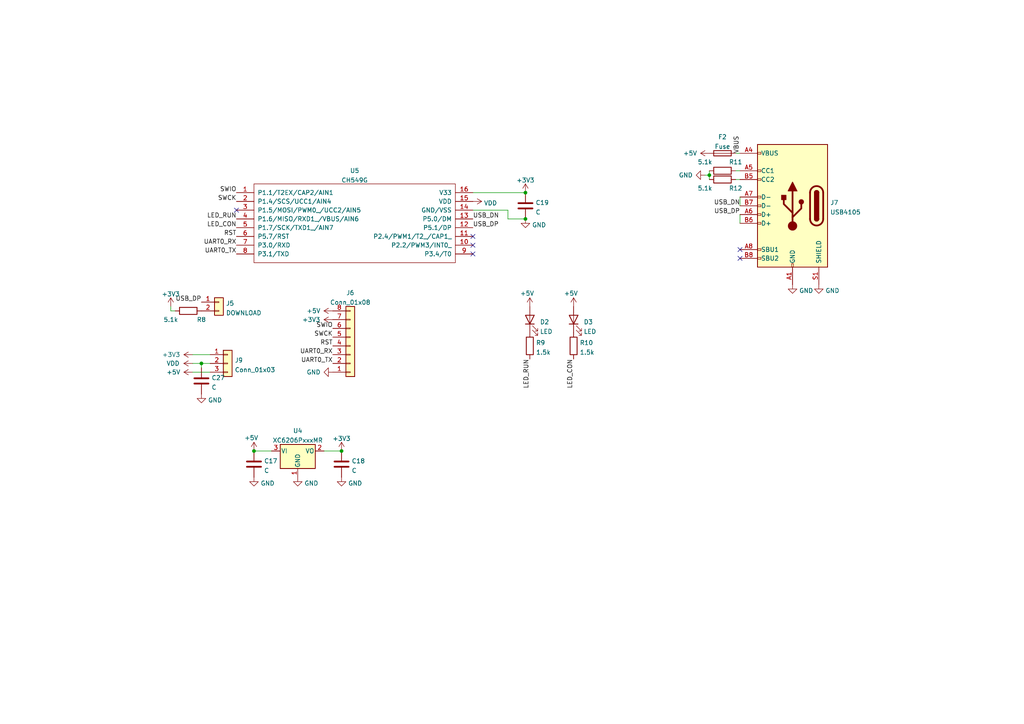
<source format=kicad_sch>
(kicad_sch (version 20211123) (generator eeschema)
  (paper "A4")
  (lib_symbols
    (symbol "CH549G:CH549G" (pin_names (offset 1.016))
      (property "Reference" "U" (at 0 -2.54 0))
      (property "Value" "CH549G" (at 0 2.54 0))
      (symbol "CH549G_1_0"
        (rectangle (start -29.21 -11.43) (end 29.21 11.43))
      )
      (symbol "CH549G_1_1"
        (pin bidirectional line (at -34.29 8.89 0) (length 5.08) (name "P1.1/T2EX/CAP2/AIN1") (number "1"))
        (pin bidirectional line (at 34.29 -6.35 180) (length 5.08) (name "P2.2/PWM3/INT0_") (number "10"))
        (pin bidirectional line (at 34.29 -3.81 180) (length 5.08) (name "P2.4/PWM1/T2_/CAP1_") (number "11"))
        (pin bidirectional line (at 34.29 -1.27 180) (length 5.08) (name "P5.1/DP") (number "12"))
        (pin bidirectional line (at 34.29 1.27 180) (length 5.08) (name "P5.0/DM") (number "13"))
        (pin power_in line (at 34.29 3.81 180) (length 5.08) (name "GND/VSS") (number "14"))
        (pin power_in line (at 34.29 6.35 180) (length 5.08) (name "VDD") (number "15"))
        (pin power_in line (at 34.29 8.89 180) (length 5.08) (name "V33") (number "16"))
        (pin bidirectional line (at -34.29 6.35 0) (length 5.08) (name "P1.4/SCS/UCC1/AIN4") (number "2"))
        (pin bidirectional line (at -34.29 3.81 0) (length 5.08) (name "P1.5/MOSI/PWM0_/UCC2/AIN5") (number "3"))
        (pin bidirectional line (at -34.29 1.27 0) (length 5.08) (name "P1.6/MISO/RXD1_/VBUS/AIN6") (number "4"))
        (pin bidirectional line (at -34.29 -1.27 0) (length 5.08) (name "P1.7/SCK/TXD1_/AIN7") (number "5"))
        (pin bidirectional line (at -34.29 -3.81 0) (length 5.08) (name "P5.7/RST") (number "6"))
        (pin bidirectional line (at -34.29 -6.35 0) (length 5.08) (name "P3.0/RXD") (number "7"))
        (pin bidirectional line (at -34.29 -8.89 0) (length 5.08) (name "P3.1/TXD") (number "8"))
        (pin bidirectional line (at 34.29 -8.89 180) (length 5.08) (name "P3.4/T0") (number "9"))
      )
    )
    (symbol "Connector:USB_C_Receptacle_USB2.0" (pin_names (offset 1.016))
      (property "Reference" "J" (at -10.16 19.05 0))
      (property "Value" "USB_C_Receptacle_USB2.0" (at 19.05 19.05 0))
      (symbol "USB_C_Receptacle_USB2.0_0_0"
        (rectangle (start -0.254 -17.78) (end 0.254 -16.764))
        (rectangle (start 10.16 -14.986) (end 9.144 -15.494))
        (rectangle (start 10.16 -12.446) (end 9.144 -12.954))
        (rectangle (start 10.16 -4.826) (end 9.144 -5.334))
        (rectangle (start 10.16 -2.286) (end 9.144 -2.794))
        (rectangle (start 10.16 0.254) (end 9.144 -0.254))
        (rectangle (start 10.16 2.794) (end 9.144 2.286))
        (rectangle (start 10.16 7.874) (end 9.144 7.366))
        (rectangle (start 10.16 10.414) (end 9.144 9.906))
        (rectangle (start 10.16 15.494) (end 9.144 14.986))
      )
      (symbol "USB_C_Receptacle_USB2.0_0_1"
        (rectangle (start -10.16 17.78) (end 10.16 -17.78) (stroke (width 0.254)) (fill (type background)))
        (arc (start -8.89 -3.81) (mid -6.985 -5.715) (end -5.08 -3.81) (stroke (width 0.508)))
        (arc (start -7.62 -3.81) (mid -6.985 -4.445) (end -6.35 -3.81) (stroke (width 0.254)))
        (arc (start -7.62 -3.81) (mid -6.985 -4.445) (end -6.35 -3.81) (stroke (width 0.254)) (fill (type outline)))
        (rectangle (start -7.62 -3.81) (end -6.35 3.81) (stroke (width 0.254)) (fill (type outline)))
        (arc (start -6.35 3.81) (mid -6.985 4.445) (end -7.62 3.81) (stroke (width 0.254)))
        (arc (start -6.35 3.81) (mid -6.985 4.445) (end -7.62 3.81) (stroke (width 0.254)) (fill (type outline)))
        (arc (start -5.08 3.81) (mid -6.985 5.715) (end -8.89 3.81) (stroke (width 0.508)))
        (circle (center -2.54 1.143) (radius 0.635) (stroke (width 0.254)) (fill (type outline)))
        (circle (center 0 -5.842) (radius 1.27) (fill (type outline)))
        (polyline (pts (xy -8.89 -3.81) (xy -8.89 3.81)) (stroke (width 0.508)))
        (polyline (pts (xy -5.08 3.81) (xy -5.08 -3.81)) (stroke (width 0.508)))
        (polyline (pts (xy 0 -5.842) (xy 0 4.318)) (stroke (width 0.508)))
        (polyline (pts (xy 0 -3.302) (xy -2.54 -0.762) (xy -2.54 0.508)) (stroke (width 0.508)))
        (polyline (pts (xy 0 -2.032) (xy 2.54 0.508) (xy 2.54 1.778)) (stroke (width 0.508)))
        (polyline (pts (xy -1.27 4.318) (xy 0 6.858) (xy 1.27 4.318) (xy -1.27 4.318)) (stroke (width 0.254)) (fill (type outline)))
        (rectangle (start 1.905 1.778) (end 3.175 3.048) (stroke (width 0.254)) (fill (type outline)))
      )
      (symbol "USB_C_Receptacle_USB2.0_1_1"
        (pin passive line (at 0 -22.86 90) (length 5.08) (name "GND") (number "A1"))
        (pin passive line (at 0 -22.86 90) (length 5.08) hide (name "GND") (number "A12"))
        (pin passive line (at 15.24 15.24 180) (length 5.08) (name "VBUS") (number "A4"))
        (pin bidirectional line (at 15.24 10.16 180) (length 5.08) (name "CC1") (number "A5"))
        (pin bidirectional line (at 15.24 -2.54 180) (length 5.08) (name "D+") (number "A6"))
        (pin bidirectional line (at 15.24 2.54 180) (length 5.08) (name "D-") (number "A7"))
        (pin bidirectional line (at 15.24 -12.7 180) (length 5.08) (name "SBU1") (number "A8"))
        (pin passive line (at 15.24 15.24 180) (length 5.08) hide (name "VBUS") (number "A9"))
        (pin passive line (at 0 -22.86 90) (length 5.08) hide (name "GND") (number "B1"))
        (pin passive line (at 0 -22.86 90) (length 5.08) hide (name "GND") (number "B12"))
        (pin passive line (at 15.24 15.24 180) (length 5.08) hide (name "VBUS") (number "B4"))
        (pin bidirectional line (at 15.24 7.62 180) (length 5.08) (name "CC2") (number "B5"))
        (pin bidirectional line (at 15.24 -5.08 180) (length 5.08) (name "D+") (number "B6"))
        (pin bidirectional line (at 15.24 0 180) (length 5.08) (name "D-") (number "B7"))
        (pin bidirectional line (at 15.24 -15.24 180) (length 5.08) (name "SBU2") (number "B8"))
        (pin passive line (at 15.24 15.24 180) (length 5.08) hide (name "VBUS") (number "B9"))
        (pin passive line (at -7.62 -22.86 90) (length 5.08) (name "SHIELD") (number "S1"))
      )
    )
    (symbol "Connector_Generic:Conn_01x02" (pin_names (offset 1.016) hide)
      (property "Reference" "J" (at 0 2.54 0))
      (property "Value" "Conn_01x02" (at 0 -5.08 0))
      (symbol "Conn_01x02_1_1"
        (rectangle (start -1.27 -2.413) (end 0 -2.667) (stroke (width 0.1524)))
        (rectangle (start -1.27 0.127) (end 0 -0.127) (stroke (width 0.1524)))
        (rectangle (start -1.27 1.27) (end 1.27 -3.81) (stroke (width 0.254)) (fill (type background)))
        (pin passive line (at -5.08 0 0) (length 3.81) (name "Pin_1") (number "1"))
        (pin passive line (at -5.08 -2.54 0) (length 3.81) (name "Pin_2") (number "2"))
      )
    )
    (symbol "Connector_Generic:Conn_01x03" (pin_names (offset 1.016) hide)
      (property "Reference" "J" (at 0 5.08 0))
      (property "Value" "Conn_01x03" (at 0 -5.08 0))
      (symbol "Conn_01x03_1_1"
        (rectangle (start -1.27 -2.413) (end 0 -2.667) (stroke (width 0.1524)))
        (rectangle (start -1.27 0.127) (end 0 -0.127) (stroke (width 0.1524)))
        (rectangle (start -1.27 2.667) (end 0 2.413) (stroke (width 0.1524)))
        (rectangle (start -1.27 3.81) (end 1.27 -3.81) (stroke (width 0.254)) (fill (type background)))
        (pin passive line (at -5.08 2.54 0) (length 3.81) (name "Pin_1") (number "1"))
        (pin passive line (at -5.08 0 0) (length 3.81) (name "Pin_2") (number "2"))
        (pin passive line (at -5.08 -2.54 0) (length 3.81) (name "Pin_3") (number "3"))
      )
    )
    (symbol "Connector_Generic:Conn_01x08" (pin_names (offset 1.016) hide)
      (property "Reference" "J" (at 0 10.16 0))
      (property "Value" "Conn_01x08" (at 0 -12.7 0))
      (symbol "Conn_01x08_1_1"
        (rectangle (start -1.27 -10.033) (end 0 -10.287) (stroke (width 0.1524)))
        (rectangle (start -1.27 -7.493) (end 0 -7.747) (stroke (width 0.1524)))
        (rectangle (start -1.27 -4.953) (end 0 -5.207) (stroke (width 0.1524)))
        (rectangle (start -1.27 -2.413) (end 0 -2.667) (stroke (width 0.1524)))
        (rectangle (start -1.27 0.127) (end 0 -0.127) (stroke (width 0.1524)))
        (rectangle (start -1.27 2.667) (end 0 2.413) (stroke (width 0.1524)))
        (rectangle (start -1.27 5.207) (end 0 4.953) (stroke (width 0.1524)))
        (rectangle (start -1.27 7.747) (end 0 7.493) (stroke (width 0.1524)))
        (rectangle (start -1.27 8.89) (end 1.27 -11.43) (stroke (width 0.254)) (fill (type background)))
        (pin passive line (at -5.08 7.62 0) (length 3.81) (name "Pin_1") (number "1"))
        (pin passive line (at -5.08 5.08 0) (length 3.81) (name "Pin_2") (number "2"))
        (pin passive line (at -5.08 2.54 0) (length 3.81) (name "Pin_3") (number "3"))
        (pin passive line (at -5.08 0 0) (length 3.81) (name "Pin_4") (number "4"))
        (pin passive line (at -5.08 -2.54 0) (length 3.81) (name "Pin_5") (number "5"))
        (pin passive line (at -5.08 -5.08 0) (length 3.81) (name "Pin_6") (number "6"))
        (pin passive line (at -5.08 -7.62 0) (length 3.81) (name "Pin_7") (number "7"))
        (pin passive line (at -5.08 -10.16 0) (length 3.81) (name "Pin_8") (number "8"))
      )
    )
    (symbol "Device:C" (pin_numbers hide) (pin_names (offset 0.254))
      (property "Reference" "C" (at 0.635 2.54 0))
      (property "Value" "C" (at 0.635 -2.54 0))
      (symbol "C_0_1"
        (polyline (pts (xy -2.032 -0.762) (xy 2.032 -0.762)) (stroke (width 0.508)))
        (polyline (pts (xy -2.032 0.762) (xy 2.032 0.762)) (stroke (width 0.508)))
      )
      (symbol "C_1_1"
        (pin passive line (at 0 3.81 270) (length 2.794) (name "~") (number "1"))
        (pin passive line (at 0 -3.81 90) (length 2.794) (name "~") (number "2"))
      )
    )
    (symbol "Device:Fuse" (pin_numbers hide) (pin_names (offset 0))
      (property "Reference" "F" (at 2.032 0 90))
      (property "Value" "Fuse" (at -1.905 0 90))
      (symbol "Fuse_0_1"
        (rectangle (start -0.762 -2.54) (end 0.762 2.54) (stroke (width 0.254)))
        (polyline (pts (xy 0 2.54) (xy 0 -2.54)))
      )
      (symbol "Fuse_1_1"
        (pin passive line (at 0 3.81 270) (length 1.27) (name "~") (number "1"))
        (pin passive line (at 0 -3.81 90) (length 1.27) (name "~") (number "2"))
      )
    )
    (symbol "Device:LED" (pin_numbers hide) (pin_names (offset 1.016) hide)
      (property "Reference" "D" (at 0 2.54 0))
      (property "Value" "LED" (at 0 -2.54 0))
      (symbol "LED_0_1"
        (polyline (pts (xy -1.27 -1.27) (xy -1.27 1.27)) (stroke (width 0.254)))
        (polyline (pts (xy -1.27 0) (xy 1.27 0)))
        (polyline (pts (xy 1.27 -1.27) (xy 1.27 1.27) (xy -1.27 0) (xy 1.27 -1.27)) (stroke (width 0.254)))
        (polyline (pts (xy -3.048 -0.762) (xy -4.572 -2.286) (xy -3.81 -2.286) (xy -4.572 -2.286) (xy -4.572 -1.524)))
        (polyline (pts (xy -1.778 -0.762) (xy -3.302 -2.286) (xy -2.54 -2.286) (xy -3.302 -2.286) (xy -3.302 -1.524)))
      )
      (symbol "LED_1_1"
        (pin passive line (at -3.81 0 0) (length 2.54) (name "K") (number "1"))
        (pin passive line (at 3.81 0 180) (length 2.54) (name "A") (number "2"))
      )
    )
    (symbol "Device:R" (pin_numbers hide) (pin_names (offset 0))
      (property "Reference" "R" (at 2.032 0 90))
      (property "Value" "R" (at 0 0 90))
      (symbol "R_0_1"
        (rectangle (start -1.016 -2.54) (end 1.016 2.54) (stroke (width 0.254)))
      )
      (symbol "R_1_1"
        (pin passive line (at 0 3.81 270) (length 1.27) (name "~") (number "1"))
        (pin passive line (at 0 -3.81 90) (length 1.27) (name "~") (number "2"))
      )
    )
    (symbol "Regulator_Linear:XC6206PxxxMR" (pin_names (offset 0.254))
      (property "Reference" "U" (at -3.81 3.175 0))
      (property "Value" "XC6206PxxxMR" (at 0 3.175 0))
      (symbol "XC6206PxxxMR_0_1"
        (rectangle (start -5.08 1.905) (end 5.08 -5.08) (stroke (width 0.254)) (fill (type background)))
      )
      (symbol "XC6206PxxxMR_1_1"
        (pin power_in line (at 0 -7.62 90) (length 2.54) (name "GND") (number "1"))
        (pin power_out line (at 7.62 0 180) (length 2.54) (name "VO") (number "2"))
        (pin power_in line (at -7.62 0 0) (length 2.54) (name "VI") (number "3"))
      )
    )
    (symbol "power:+3V3" (power) (pin_names (offset 0))
      (property "Value" "+3V3" (at 0 3.556 0))
      (symbol "+3V3_0_1"
        (polyline (pts (xy -0.762 1.27) (xy 0 2.54)))
        (polyline (pts (xy 0 0) (xy 0 2.54)))
        (polyline (pts (xy 0 2.54) (xy 0.762 1.27)))
      )
      (symbol "+3V3_1_1"
        (pin power_in line (at 0 0 90) (length 0) hide (name "+3V3") (number "1"))
      )
    )
    (symbol "power:+5V" (power) (pin_names (offset 0))
      (property "Value" "+5V" (at 0 3.556 0))
      (symbol "+5V_0_1"
        (polyline (pts (xy -0.762 1.27) (xy 0 2.54)))
        (polyline (pts (xy 0 0) (xy 0 2.54)))
        (polyline (pts (xy 0 2.54) (xy 0.762 1.27)))
      )
      (symbol "+5V_1_1"
        (pin power_in line (at 0 0 90) (length 0) hide (name "+5V") (number "1"))
      )
    )
    (symbol "power:GND" (power) (pin_names (offset 0))
      (property "Value" "GND" (at 0 -3.81 0))
      (symbol "GND_0_1"
        (polyline (pts (xy 0 0) (xy 0 -1.27) (xy 1.27 -1.27) (xy 0 -2.54) (xy -1.27 -1.27) (xy 0 -1.27)))
      )
      (symbol "GND_1_1"
        (pin power_in line (at 0 0 270) (length 0) hide (name "GND") (number "1"))
      )
    )
    (symbol "power:VDD" (power) (pin_names (offset 0))
      (property "Value" "VDD" (at 0 3.81 0))
      (symbol "VDD_0_1"
        (polyline (pts (xy -0.762 1.27) (xy 0 2.54)))
        (polyline (pts (xy 0 0) (xy 0 2.54)))
        (polyline (pts (xy 0 2.54) (xy 0.762 1.27)))
      )
      (symbol "VDD_1_1"
        (pin power_in line (at 0 0 90) (length 0) hide (name "VDD") (number "1"))
      )
    )
  )
  (junction (at 73.66 130.81))
  (junction (at 99.06 130.81))
  (junction (at 152.4 63.5))
  (junction (at 205.74 50.8))
  (junction (at 152.4 55.88))
  (junction (at 58.42 105.41))
  (no_connect (at 214.63 72.39))
  (no_connect (at 214.63 74.93))
  (no_connect (at 137.16 73.66))
  (no_connect (at 137.16 71.12))
  (no_connect (at 137.16 68.58))
  (no_connect (at 68.58 60.96))
  (wire (pts (xy 213.36 44.45) (xy 214.63 44.45)))
  (wire (pts (xy 137.16 55.88) (xy 152.4 55.88)))
  (wire (pts (xy 49.53 90.17) (xy 49.53 88.9)))
  (wire (pts (xy 58.42 105.41) (xy 60.96 105.41)))
  (wire (pts (xy 214.63 57.15) (xy 214.63 59.69)))
  (wire (pts (xy 55.88 105.41) (xy 58.42 105.41)))
  (wire (pts (xy 205.74 49.53) (xy 205.74 50.8)))
  (wire (pts (xy 73.66 130.81) (xy 78.74 130.81)))
  (wire (pts (xy 205.74 50.8) (xy 205.74 52.07)))
  (wire (pts (xy 147.32 60.96) (xy 147.32 63.5)))
  (wire (pts (xy 214.63 62.23) (xy 214.63 64.77)))
  (wire (pts (xy 137.16 60.96) (xy 147.32 60.96)))
  (wire (pts (xy 50.8 90.17) (xy 49.53 90.17)))
  (wire (pts (xy 204.47 50.8) (xy 205.74 50.8)))
  (wire (pts (xy 55.88 107.95) (xy 60.96 107.95)))
  (wire (pts (xy 58.42 105.41) (xy 58.42 106.68)))
  (wire (pts (xy 213.36 52.07) (xy 214.63 52.07)))
  (wire (pts (xy 147.32 63.5) (xy 152.4 63.5)))
  (wire (pts (xy 55.88 102.87) (xy 60.96 102.87)))
  (wire (pts (xy 213.36 49.53) (xy 214.63 49.53)))
  (wire (pts (xy 93.98 130.81) (xy 99.06 130.81)))
  (label "USB_DN" (at 214.63 59.69 180))
  (label "SWIO" (at 96.52 95.25 180))
  (label "UART0_RX" (at 96.52 102.87 180))
  (label "USB_DP" (at 214.63 62.23 180))
  (label "LED_CON" (at 166.37 104.14 270))
  (label "RST" (at 68.58 68.58 180))
  (label "UART0_RX" (at 68.58 71.12 180))
  (label "SWIO" (at 68.58 55.88 180))
  (label "VBUS" (at 214.63 44.45 90))
  (label "UART0_TX" (at 96.52 105.41 180))
  (label "LED_RUN" (at 68.58 63.5 180))
  (label "RST" (at 96.52 100.33 180))
  (label "SWCK" (at 96.52 97.79 180))
  (label "USB_DP" (at 58.42 87.63 180))
  (label "UART0_TX" (at 68.58 73.66 180))
  (label "USB_DN" (at 137.16 63.5 0))
  (label "LED_CON" (at 68.58 66.04 180))
  (label "LED_RUN" (at 153.67 104.14 270))
  (label "USB_DP" (at 137.16 66.04 0))
  (label "SWCK" (at 68.58 58.42 180))
  (symbol (lib_id "Device:C") (at 152.4 59.69 0) (unit 1)
    (property "Reference" "C19" (at 155.321 58.7815 0) (effects (justify left)))
    (property "Value" "C" (at 155.321 61.5566 0) (effects (justify left)))
    (property "Footprint" "Capacitor_SMD:C_0603_1608Metric" (effects hide))
  )
  (symbol (lib_id "Connector_Generic:Conn_01x03") (at 66.04 105.41 0) (unit 1)
    (property "Reference" "J9" (at 68.072 104.5015 0) (effects (justify left)))
    (property "Value" "Conn_01x03" (at 68.072 107.2766 0) (effects (justify left)))
    (property "Footprint" "Connector_PinSocket_2.54mm:PinSocket_1x03_P2.54mm_Vertical" (effects hide))
  )
  (symbol (lib_id "Device:R") (at 209.55 52.07 90) (unit 1)
    (property "Reference" "R12" (at 213.36 54.61 90))
    (property "Value" "5.1k" (at 204.47 54.61 90))
    (property "Footprint" "Resistor_SMD:R_0603_1608Metric" (effects hide))
  )
  (symbol (lib_id "power:+3V3") (at 55.88 102.87 90) (unit 1)
    (property "Reference" "#PWR062" (effects hide))
    (property "Value" "+3V3" (at 46.99 102.87 90) (effects (justify right)))
  )
  (symbol (lib_id "Device:C") (at 58.42 110.49 0) (unit 1)
    (property "Reference" "C27" (at 61.341 109.5815 0) (effects (justify left)))
    (property "Value" "C" (at 61.341 112.3566 0) (effects (justify left)))
    (property "Footprint" "Capacitor_SMD:C_0603_1608Metric" (effects hide))
  )
  (symbol (lib_id "power:+3V3") (at 152.4 55.88 0) (unit 1)
    (property "Reference" "#PWR042" (effects hide))
    (property "Value" "+3V3" (at 152.4 52.2755 0))
  )
  (symbol (lib_id "power:GND") (at 99.06 138.43 0) (unit 1)
    (property "Reference" "#PWR041" (effects hide))
    (property "Value" "GND" (at 100.965 140.179 0) (effects (justify left)))
  )
  (symbol (lib_id "power:GND") (at 58.42 114.3 0) (unit 1)
    (property "Reference" "#PWR065" (effects hide))
    (property "Value" "GND" (at 60.325 116.049 0) (effects (justify left)))
  )
  (symbol (lib_id "power:+5V") (at 96.52 90.17 90) (unit 1)
    (property "Reference" "#PWR0114" (effects hide))
    (property "Value" "+5V" (at 88.9 90.17 90) (effects (justify right)))
  )
  (symbol (lib_id "CH549G:CH549G") (at 102.87 64.77 0) (unit 1)
    (property "Reference" "U5" (at 102.87 49.5005 0))
    (property "Value" "CH549G" (at 102.87 52.2756 0))
    (property "Footprint" "Package_SO:SOP-16_3.9x9.9mm_P1.27mm" (effects hide))
    (property "Datasheet" "DOCUMENTATION" (effects hide))
  )
  (symbol (lib_id "Device:C") (at 73.66 134.62 0) (unit 1)
    (property "Reference" "C17" (at 76.581 133.7115 0) (effects (justify left)))
    (property "Value" "C" (at 76.581 136.4866 0) (effects (justify left)))
    (property "Footprint" "Capacitor_SMD:C_0603_1608Metric" (effects hide))
  )
  (symbol (lib_id "power:+3V3") (at 96.52 92.71 90) (unit 1)
    (property "Reference" "#PWR067" (effects hide))
    (property "Value" "+3V3" (at 87.63 92.71 90) (effects (justify right)))
  )
  (symbol (lib_id "Device:R") (at 209.55 49.53 90) (unit 1)
    (property "Reference" "R11" (at 213.36 46.99 90))
    (property "Value" "5.1k" (at 204.47 46.99 90))
    (property "Footprint" "Resistor_SMD:R_0603_1608Metric" (effects hide))
  )
  (symbol (lib_id "Device:C") (at 99.06 134.62 0) (unit 1)
    (property "Reference" "C18" (at 101.981 133.7115 0) (effects (justify left)))
    (property "Value" "C" (at 101.981 136.4866 0) (effects (justify left)))
    (property "Footprint" "Capacitor_SMD:C_0603_1608Metric" (effects hide))
  )
  (symbol (lib_id "power:GND") (at 73.66 138.43 0) (unit 1)
    (property "Reference" "#PWR038" (effects hide))
    (property "Value" "GND" (at 75.565 140.179 0) (effects (justify left)))
  )
  (symbol (lib_id "Device:R") (at 54.61 90.17 90) (unit 1)
    (property "Reference" "R8" (at 58.42 92.71 90))
    (property "Value" "5.1k" (at 49.53 92.71 90))
    (property "Footprint" "Resistor_SMD:R_0603_1608Metric" (effects hide))
  )
  (symbol (lib_id "power:GND") (at 152.4 63.5 0) (unit 1)
    (property "Reference" "#PWR043" (effects hide))
    (property "Value" "GND" (at 154.305 65.249 0) (effects (justify left)))
  )
  (symbol (lib_id "power:VDD") (at 137.16 58.42 270) (unit 1)
    (property "Reference" "#PWR068" (effects hide))
    (property "Value" "VDD" (at 140.335 58.899 90) (effects (justify left)))
  )
  (symbol (lib_id "Regulator_Linear:XC6206PxxxMR") (at 86.36 130.81 0) (unit 1)
    (property "Reference" "U4" (at 86.36 124.9385 0))
    (property "Value" "XC6206PxxxMR" (at 86.36 127.7136 0))
    (property "Footprint" "Package_TO_SOT_SMD:SOT-23" (effects hide))
    (property "Datasheet" "https://www.torexsemi.com/file/xc6206/XC6206.pdf" (effects hide))
  )
  (symbol (lib_id "Device:R") (at 166.37 100.33 0) (unit 1)
    (property "Reference" "R10" (at 168.148 99.4215 0) (effects (justify left)))
    (property "Value" "1.5k" (at 168.148 102.1966 0) (effects (justify left)))
    (property "Footprint" "Resistor_SMD:R_0603_1608Metric" (effects hide))
  )
  (symbol (lib_id "power:GND") (at 96.52 107.95 270) (unit 1)
    (property "Reference" "#PWR066" (effects hide))
    (property "Value" "GND" (at 88.9 107.95 90) (effects (justify left)))
  )
  (symbol (lib_id "Connector_Generic:Conn_01x02") (at 63.5 87.63 0) (unit 1)
    (property "Reference" "J5" (at 65.532 87.9915 0) (effects (justify left)))
    (property "Value" "DOWNLOAD" (at 65.532 90.7666 0) (effects (justify left)))
    (property "Footprint" "Connector_PinHeader_2.54mm:PinHeader_1x02_P2.54mm_Vertical" (effects hide))
  )
  (symbol (lib_id "power:GND") (at 204.47 50.8 270) (unit 1)
    (property "Reference" "#PWR046" (effects hide))
    (property "Value" "GND" (at 196.85 50.8 90) (effects (justify left)))
  )
  (symbol (lib_id "power:+5V") (at 55.88 107.95 90) (unit 1)
    (property "Reference" "#PWR064" (effects hide))
    (property "Value" "+5V" (at 48.26 107.95 90) (effects (justify right)))
  )
  (symbol (lib_id "Connector_Generic:Conn_01x08") (at 101.6 100.33 0) (mirror x) (unit 1)
    (property "Reference" "J6" (at 101.6 84.9335 0))
    (property "Value" "Conn_01x08" (at 101.6 87.7086 0))
    (property "Footprint" "Connector_PinHeader_2.54mm:PinHeader_1x08_P2.54mm_Vertical" (effects hide))
  )
  (symbol (lib_id "Device:LED") (at 166.37 92.71 90) (unit 1)
    (property "Reference" "D3" (at 169.291 93.389 90) (effects (justify right)))
    (property "Value" "LED" (at 169.291 96.1641 90) (effects (justify right)))
    (property "Footprint" "LED_SMD:LED_0603_1608Metric" (effects hide))
  )
  (symbol (lib_id "power:+5V") (at 205.74 44.45 90) (unit 1)
    (property "Reference" "#PWR047" (effects hide))
    (property "Value" "+5V" (at 198.12 44.45 90) (effects (justify right)))
  )
  (symbol (lib_id "power:GND") (at 86.36 138.43 0) (unit 1)
    (property "Reference" "#PWR039" (effects hide))
    (property "Value" "GND" (at 88.265 140.179 0) (effects (justify left)))
  )
  (symbol (lib_id "power:+5V") (at 166.37 88.9 0) (unit 1)
    (property "Reference" "#PWR045" (effects hide))
    (property "Value" "+5V" (at 167.64 85.09 0) (effects (justify right)))
  )
  (symbol (lib_id "Device:LED") (at 153.67 92.71 90) (unit 1)
    (property "Reference" "D2" (at 156.591 93.389 90) (effects (justify right)))
    (property "Value" "LED" (at 156.591 96.1641 90) (effects (justify right)))
    (property "Footprint" "LED_SMD:LED_0603_1608Metric" (effects hide))
  )
  (symbol (lib_id "Connector:USB_C_Receptacle_USB2.0") (at 229.87 59.69 0) (mirror y) (unit 1)
    (property "Reference" "J7" (at 240.792 58.7815 0) (effects (justify right)))
    (property "Value" "USB4105" (at 240.792 61.5566 0) (effects (justify right)))
    (property "Footprint" "Connector_USB:USB_C_Receptacle_Palconn_UTC16-G" (effects hide))
    (property "Datasheet" "https://www.usb.org/sites/default/files/documents/usb_type-c.zip" (effects hide))
  )
  (symbol (lib_id "Device:Fuse") (at 209.55 44.45 90) (unit 1)
    (property "Reference" "F2" (at 209.55 39.7215 90))
    (property "Value" "Fuse" (at 209.55 42.4966 90))
    (property "Footprint" "Fuse:Fuse_0805_2012Metric" (effects hide))
  )
  (symbol (lib_id "power:+3V3") (at 49.53 88.9 0) (unit 1)
    (property "Reference" "#PWR036" (effects hide))
    (property "Value" "+3V3" (at 49.53 85.2955 0))
  )
  (symbol (lib_id "power:+5V") (at 153.67 88.9 0) (unit 1)
    (property "Reference" "#PWR044" (effects hide))
    (property "Value" "+5V" (at 154.94 85.09 0) (effects (justify right)))
  )
  (symbol (lib_id "power:GND") (at 237.49 82.55 0) (unit 1)
    (property "Reference" "#PWR049" (effects hide))
    (property "Value" "GND" (at 239.395 84.299 0) (effects (justify left)))
  )
  (symbol (lib_id "power:VDD") (at 55.88 105.41 90) (unit 1)
    (property "Reference" "#PWR063" (effects hide))
    (property "Value" "VDD" (at 48.26 105.41 90) (effects (justify right)))
  )
  (symbol (lib_id "power:GND") (at 229.87 82.55 0) (unit 1)
    (property "Reference" "#PWR048" (effects hide))
    (property "Value" "GND" (at 231.775 84.299 0) (effects (justify left)))
  )
  (symbol (lib_id "power:+3V3") (at 99.06 130.81 0) (unit 1)
    (property "Reference" "#PWR040" (effects hide))
    (property "Value" "+3V3" (at 99.06 127.2055 0))
  )
  (symbol (lib_id "Device:R") (at 153.67 100.33 0) (unit 1)
    (property "Reference" "R9" (at 155.448 99.4215 0) (effects (justify left)))
    (property "Value" "1.5k" (at 155.448 102.1966 0) (effects (justify left)))
    (property "Footprint" "Resistor_SMD:R_0603_1608Metric" (effects hide))
  )
  (symbol (lib_id "power:+5V") (at 73.66 130.81 0) (unit 1)
    (property "Reference" "#PWR037" (effects hide))
    (property "Value" "+5V" (at 74.93 127 0) (effects (justify right)))
  )
)
</source>
